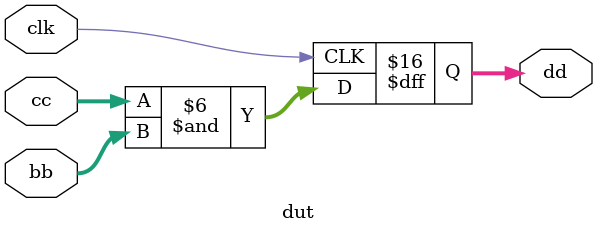
<source format=v>
/**
    15,23
*/

module dut (input wire [0:7] bb,
    input wire [0:7] cc,
    input clk, 
    output reg [0:7] dd ); 
    reg i,j;
    reg [0:7] aa [0:15];

    always @(posedge clk) begin
        for (i=1; i<7; i++)         
            for (j=1; j <i+1; j++)            
                aa[i][j] = cc;
        dd = cc & bb;
    end      
        
 
    always @(posedge clk) begin
        for (i=1; i<7; i++)         
            for (j=i; j <15; j  ++)           
                aa[i][j] = bb; 
    end   
        
endmodule
</source>
